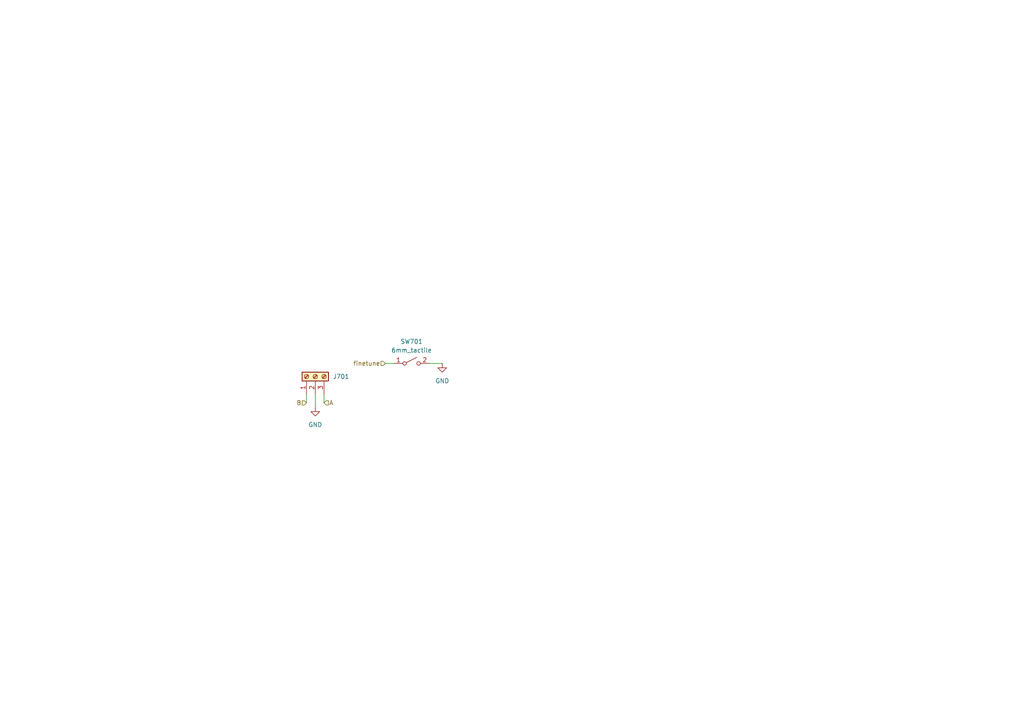
<source format=kicad_sch>
(kicad_sch (version 20230121) (generator eeschema)
  (paper "A4")
  (lib_symbols
    (symbol "Connector:Screw_Terminal_01x03" (pin_names (offset 1.016) hide)
      (property "Reference" "J" (at 0 5.08 0))
      (property "Value" "Screw_Terminal_01x03" (at 0 -5.08 0))
      (symbol "Screw_Terminal_01x03_1_1"
        (rectangle (start -1.27 3.81) (end 1.27 -3.81) (stroke (width 0.254)) (fill (type background)))
        (circle (center 0 -2.54) (radius 0.635) (stroke (width 0.1524)))
        (polyline (pts (xy -0.5334 -2.2098) (xy 0.3302 -3.048)) (stroke (width 0.1524)))
        (polyline (pts (xy -0.5334 0.3302) (xy 0.3302 -0.508)) (stroke (width 0.1524)))
        (polyline (pts (xy -0.5334 2.8702) (xy 0.3302 2.032)) (stroke (width 0.1524)))
        (polyline (pts (xy -0.3556 -2.032) (xy 0.508 -2.8702)) (stroke (width 0.1524)))
        (polyline (pts (xy -0.3556 0.508) (xy 0.508 -0.3302)) (stroke (width 0.1524)))
        (polyline (pts (xy -0.3556 3.048) (xy 0.508 2.2098)) (stroke (width 0.1524)))
        (circle (center 0 0) (radius 0.635) (stroke (width 0.1524)))
        (circle (center 0 2.54) (radius 0.635) (stroke (width 0.1524)))
        (pin passive line (at -5.08 2.54 0) (length 3.81) (name "Pin_1") (number "1"))
        (pin passive line (at -5.08 0 0) (length 3.81) (name "Pin_2") (number "2"))
        (pin passive line (at -5.08 -2.54 0) (length 3.81) (name "Pin_3") (number "3"))
      )
    )
    (symbol "custom_kicad_lib_sk:6mm_tactile" (pin_names (offset 0) hide)
      (property "Reference" "SW" (at 0 3.175 0))
      (property "Value" "6mm_tactile" (at 0 -2.54 0))
      (symbol "6mm_tactile_0_0"
        (circle (center -2.032 0) (radius 0.508))
        (polyline (pts (xy -1.524 0.254) (xy 1.524 1.778)))
        (circle (center 2.032 0) (radius 0.508))
      )
      (symbol "6mm_tactile_1_1"
        (pin passive line (at -5.08 0 0) (length 2.54) (name "A") (number "1"))
        (pin passive line (at 5.08 0 180) (length 2.54) (name "B") (number "2"))
      )
    )
    (symbol "power:GND" (power) (pin_names (offset 0))
      (property "Value" "GND" (at 0 -3.81 0))
      (symbol "GND_0_1"
        (polyline (pts (xy 0 0) (xy 0 -1.27) (xy 1.27 -1.27) (xy 0 -2.54) (xy -1.27 -1.27) (xy 0 -1.27)))
      )
      (symbol "GND_1_1"
        (pin power_in line (at 0 0 270) (length 0) hide (name "GND") (number "1"))
      )
    )
  )
  (wire (pts (xy 124.46 105.41) (xy 128.27 105.41)))
  (wire (pts (xy 91.44 114.3) (xy 91.44 118.11)))
  (wire (pts (xy 93.98 116.84) (xy 93.98 114.3)))
  (wire (pts (xy 111.76 105.41) (xy 114.3 105.41)))
  (wire (pts (xy 88.9 116.84) (xy 88.9 114.3)))
  (hierarchical_label "finetune" (shape input) (at 111.76 105.41 180))
  (hierarchical_label "B" (shape input) (at 88.9 116.84 180))
  (hierarchical_label "A" (shape input) (at 93.98 116.84 0))
  (symbol (lib_id "power:GND") (at 91.44 118.11 0) (unit 1)
    (property "Reference" "#PWR0701" (effects hide))
    (property "Value" "GND" (at 91.44 123.19 0))
  )
  (symbol (lib_id "custom_kicad_lib_sk:6mm_tactile") (at 119.38 105.41 0) (unit 1)
    (property "Reference" "SW701" (at 119.38 99.06 0))
    (property "Value" "6mm_tactile" (at 119.38 101.6 0))
    (property "Footprint" "Button_Switch_THT:SW_PUSH_6mm" (effects hide))
  )
  (symbol (lib_id "power:GND") (at 128.27 105.41 0) (unit 1)
    (property "Reference" "#PWR0702" (effects hide))
    (property "Value" "GND" (at 128.27 110.49 0))
  )
  (symbol (lib_id "Connector:Screw_Terminal_01x03") (at 91.44 109.22 90) (unit 1)
    (property "Reference" "J701" (at 96.52 109.22 90) (effects (justify right)))
    (property "Value" "Screw_Terminal_01x03" (effects hide))
    (property "Footprint" "TerminalBlock_Phoenix:TerminalBlock_Phoenix_MKDS-1,5-3-5.08_1x03_P5.08mm_Horizontal" (effects hide))
  )
)
</source>
